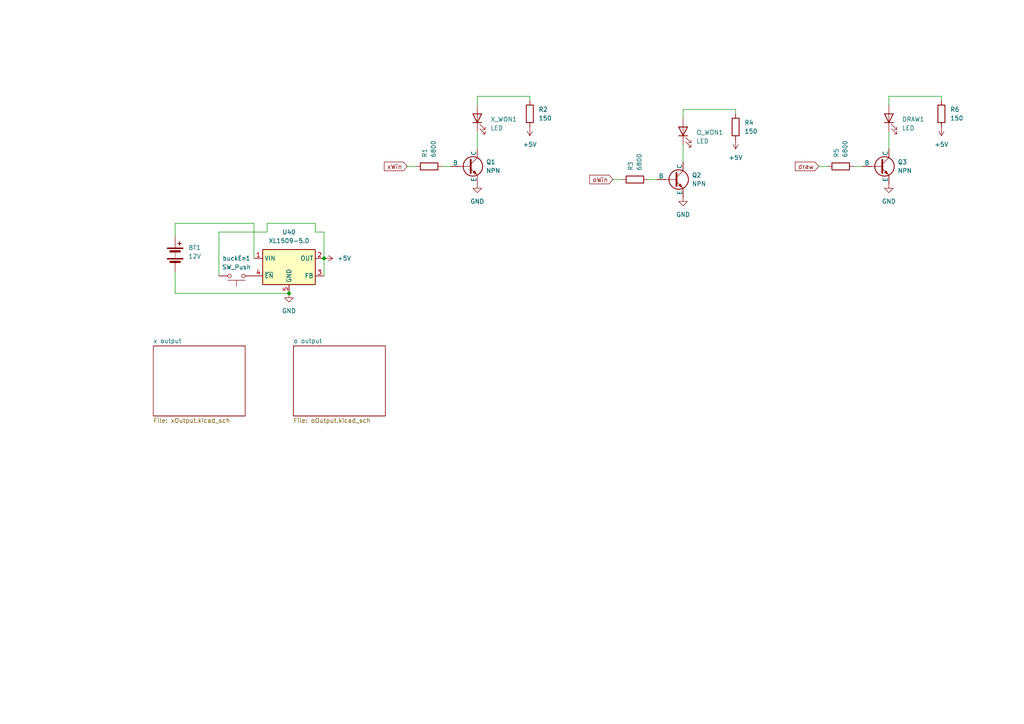
<source format=kicad_sch>
(kicad_sch
	(version 20250114)
	(generator "eeschema")
	(generator_version "9.0")
	(uuid "3ad1f963-7e2b-4354-9909-7fdd1d8b78a1")
	(paper "A4")
	(lib_symbols
		(symbol "Device:Battery"
			(pin_numbers
				(hide yes)
			)
			(pin_names
				(offset 0)
				(hide yes)
			)
			(exclude_from_sim no)
			(in_bom yes)
			(on_board yes)
			(property "Reference" "BT"
				(at 2.54 2.54 0)
				(effects
					(font
						(size 1.27 1.27)
					)
					(justify left)
				)
			)
			(property "Value" "Battery"
				(at 2.54 0 0)
				(effects
					(font
						(size 1.27 1.27)
					)
					(justify left)
				)
			)
			(property "Footprint" ""
				(at 0 1.524 90)
				(effects
					(font
						(size 1.27 1.27)
					)
					(hide yes)
				)
			)
			(property "Datasheet" "~"
				(at 0 1.524 90)
				(effects
					(font
						(size 1.27 1.27)
					)
					(hide yes)
				)
			)
			(property "Description" "Multiple-cell battery"
				(at 0 0 0)
				(effects
					(font
						(size 1.27 1.27)
					)
					(hide yes)
				)
			)
			(property "ki_keywords" "batt voltage-source cell"
				(at 0 0 0)
				(effects
					(font
						(size 1.27 1.27)
					)
					(hide yes)
				)
			)
			(symbol "Battery_0_1"
				(rectangle
					(start -2.286 1.778)
					(end 2.286 1.524)
					(stroke
						(width 0)
						(type default)
					)
					(fill
						(type outline)
					)
				)
				(rectangle
					(start -2.286 -1.27)
					(end 2.286 -1.524)
					(stroke
						(width 0)
						(type default)
					)
					(fill
						(type outline)
					)
				)
				(rectangle
					(start -1.524 1.016)
					(end 1.524 0.508)
					(stroke
						(width 0)
						(type default)
					)
					(fill
						(type outline)
					)
				)
				(rectangle
					(start -1.524 -2.032)
					(end 1.524 -2.54)
					(stroke
						(width 0)
						(type default)
					)
					(fill
						(type outline)
					)
				)
				(polyline
					(pts
						(xy 0 1.778) (xy 0 2.54)
					)
					(stroke
						(width 0)
						(type default)
					)
					(fill
						(type none)
					)
				)
				(polyline
					(pts
						(xy 0 0) (xy 0 0.254)
					)
					(stroke
						(width 0)
						(type default)
					)
					(fill
						(type none)
					)
				)
				(polyline
					(pts
						(xy 0 -0.508) (xy 0 -0.254)
					)
					(stroke
						(width 0)
						(type default)
					)
					(fill
						(type none)
					)
				)
				(polyline
					(pts
						(xy 0 -1.016) (xy 0 -0.762)
					)
					(stroke
						(width 0)
						(type default)
					)
					(fill
						(type none)
					)
				)
				(polyline
					(pts
						(xy 0.762 3.048) (xy 1.778 3.048)
					)
					(stroke
						(width 0.254)
						(type default)
					)
					(fill
						(type none)
					)
				)
				(polyline
					(pts
						(xy 1.27 3.556) (xy 1.27 2.54)
					)
					(stroke
						(width 0.254)
						(type default)
					)
					(fill
						(type none)
					)
				)
			)
			(symbol "Battery_1_1"
				(pin passive line
					(at 0 5.08 270)
					(length 2.54)
					(name "+"
						(effects
							(font
								(size 1.27 1.27)
							)
						)
					)
					(number "1"
						(effects
							(font
								(size 1.27 1.27)
							)
						)
					)
				)
				(pin passive line
					(at 0 -5.08 90)
					(length 2.54)
					(name "-"
						(effects
							(font
								(size 1.27 1.27)
							)
						)
					)
					(number "2"
						(effects
							(font
								(size 1.27 1.27)
							)
						)
					)
				)
			)
			(embedded_fonts no)
		)
		(symbol "Device:LED"
			(pin_numbers
				(hide yes)
			)
			(pin_names
				(offset 1.016)
				(hide yes)
			)
			(exclude_from_sim no)
			(in_bom yes)
			(on_board yes)
			(property "Reference" "D"
				(at 0 2.54 0)
				(effects
					(font
						(size 1.27 1.27)
					)
				)
			)
			(property "Value" "LED"
				(at 0 -2.54 0)
				(effects
					(font
						(size 1.27 1.27)
					)
				)
			)
			(property "Footprint" ""
				(at 0 0 0)
				(effects
					(font
						(size 1.27 1.27)
					)
					(hide yes)
				)
			)
			(property "Datasheet" "~"
				(at 0 0 0)
				(effects
					(font
						(size 1.27 1.27)
					)
					(hide yes)
				)
			)
			(property "Description" "Light emitting diode"
				(at 0 0 0)
				(effects
					(font
						(size 1.27 1.27)
					)
					(hide yes)
				)
			)
			(property "Sim.Pins" "1=K 2=A"
				(at 0 0 0)
				(effects
					(font
						(size 1.27 1.27)
					)
					(hide yes)
				)
			)
			(property "ki_keywords" "LED diode"
				(at 0 0 0)
				(effects
					(font
						(size 1.27 1.27)
					)
					(hide yes)
				)
			)
			(property "ki_fp_filters" "LED* LED_SMD:* LED_THT:*"
				(at 0 0 0)
				(effects
					(font
						(size 1.27 1.27)
					)
					(hide yes)
				)
			)
			(symbol "LED_0_1"
				(polyline
					(pts
						(xy -3.048 -0.762) (xy -4.572 -2.286) (xy -3.81 -2.286) (xy -4.572 -2.286) (xy -4.572 -1.524)
					)
					(stroke
						(width 0)
						(type default)
					)
					(fill
						(type none)
					)
				)
				(polyline
					(pts
						(xy -1.778 -0.762) (xy -3.302 -2.286) (xy -2.54 -2.286) (xy -3.302 -2.286) (xy -3.302 -1.524)
					)
					(stroke
						(width 0)
						(type default)
					)
					(fill
						(type none)
					)
				)
				(polyline
					(pts
						(xy -1.27 0) (xy 1.27 0)
					)
					(stroke
						(width 0)
						(type default)
					)
					(fill
						(type none)
					)
				)
				(polyline
					(pts
						(xy -1.27 -1.27) (xy -1.27 1.27)
					)
					(stroke
						(width 0.254)
						(type default)
					)
					(fill
						(type none)
					)
				)
				(polyline
					(pts
						(xy 1.27 -1.27) (xy 1.27 1.27) (xy -1.27 0) (xy 1.27 -1.27)
					)
					(stroke
						(width 0.254)
						(type default)
					)
					(fill
						(type none)
					)
				)
			)
			(symbol "LED_1_1"
				(pin passive line
					(at -3.81 0 0)
					(length 2.54)
					(name "K"
						(effects
							(font
								(size 1.27 1.27)
							)
						)
					)
					(number "1"
						(effects
							(font
								(size 1.27 1.27)
							)
						)
					)
				)
				(pin passive line
					(at 3.81 0 180)
					(length 2.54)
					(name "A"
						(effects
							(font
								(size 1.27 1.27)
							)
						)
					)
					(number "2"
						(effects
							(font
								(size 1.27 1.27)
							)
						)
					)
				)
			)
			(embedded_fonts no)
		)
		(symbol "Device:R"
			(pin_numbers
				(hide yes)
			)
			(pin_names
				(offset 0)
			)
			(exclude_from_sim no)
			(in_bom yes)
			(on_board yes)
			(property "Reference" "R"
				(at 2.032 0 90)
				(effects
					(font
						(size 1.27 1.27)
					)
				)
			)
			(property "Value" "R"
				(at 0 0 90)
				(effects
					(font
						(size 1.27 1.27)
					)
				)
			)
			(property "Footprint" ""
				(at -1.778 0 90)
				(effects
					(font
						(size 1.27 1.27)
					)
					(hide yes)
				)
			)
			(property "Datasheet" "~"
				(at 0 0 0)
				(effects
					(font
						(size 1.27 1.27)
					)
					(hide yes)
				)
			)
			(property "Description" "Resistor"
				(at 0 0 0)
				(effects
					(font
						(size 1.27 1.27)
					)
					(hide yes)
				)
			)
			(property "ki_keywords" "R res resistor"
				(at 0 0 0)
				(effects
					(font
						(size 1.27 1.27)
					)
					(hide yes)
				)
			)
			(property "ki_fp_filters" "R_*"
				(at 0 0 0)
				(effects
					(font
						(size 1.27 1.27)
					)
					(hide yes)
				)
			)
			(symbol "R_0_1"
				(rectangle
					(start -1.016 -2.54)
					(end 1.016 2.54)
					(stroke
						(width 0.254)
						(type default)
					)
					(fill
						(type none)
					)
				)
			)
			(symbol "R_1_1"
				(pin passive line
					(at 0 3.81 270)
					(length 1.27)
					(name "~"
						(effects
							(font
								(size 1.27 1.27)
							)
						)
					)
					(number "1"
						(effects
							(font
								(size 1.27 1.27)
							)
						)
					)
				)
				(pin passive line
					(at 0 -3.81 90)
					(length 1.27)
					(name "~"
						(effects
							(font
								(size 1.27 1.27)
							)
						)
					)
					(number "2"
						(effects
							(font
								(size 1.27 1.27)
							)
						)
					)
				)
			)
			(embedded_fonts no)
		)
		(symbol "Regulator_Switching:XL1509-5.0"
			(exclude_from_sim no)
			(in_bom yes)
			(on_board yes)
			(property "Reference" "U"
				(at -7.112 6.096 0)
				(effects
					(font
						(size 1.27 1.27)
					)
				)
			)
			(property "Value" "XL1509-5.0"
				(at 5.842 6.096 0)
				(effects
					(font
						(size 1.27 1.27)
					)
				)
			)
			(property "Footprint" "Package_SO:SOIC-8_3.9x4.9mm_P1.27mm"
				(at 0 8.382 0)
				(effects
					(font
						(size 1.27 1.27)
					)
					(hide yes)
				)
			)
			(property "Datasheet" "https://datasheet.lcsc.com/lcsc/1809050422_XLSEMI-XL1509-5-0E1_C61063.pdf"
				(at 2.54 10.668 0)
				(effects
					(font
						(size 1.27 1.27)
					)
					(hide yes)
				)
			)
			(property "Description" "Buck DC/DC Converter, 2A, 5V Output Voltage, 7-40V Input Voltage"
				(at 0 0 0)
				(effects
					(font
						(size 1.27 1.27)
					)
					(hide yes)
				)
			)
			(property "ki_keywords" "Buck DC/DC Converter"
				(at 0 0 0)
				(effects
					(font
						(size 1.27 1.27)
					)
					(hide yes)
				)
			)
			(property "ki_fp_filters" "SOIC*3.9x4.9mm*P1.27mm*"
				(at 0 0 0)
				(effects
					(font
						(size 1.27 1.27)
					)
					(hide yes)
				)
			)
			(symbol "XL1509-5.0_0_1"
				(rectangle
					(start -7.62 5.08)
					(end 7.62 -5.08)
					(stroke
						(width 0.254)
						(type default)
					)
					(fill
						(type background)
					)
				)
			)
			(symbol "XL1509-5.0_1_1"
				(pin power_in line
					(at -10.16 2.54 0)
					(length 2.54)
					(name "VIN"
						(effects
							(font
								(size 1.27 1.27)
							)
						)
					)
					(number "1"
						(effects
							(font
								(size 1.27 1.27)
							)
						)
					)
				)
				(pin input line
					(at -10.16 -2.54 0)
					(length 2.54)
					(name "~{EN}"
						(effects
							(font
								(size 1.27 1.27)
							)
						)
					)
					(number "4"
						(effects
							(font
								(size 1.27 1.27)
							)
						)
					)
				)
				(pin power_in line
					(at 0 -7.62 90)
					(length 2.54)
					(name "GND"
						(effects
							(font
								(size 1.27 1.27)
							)
						)
					)
					(number "5"
						(effects
							(font
								(size 1.27 1.27)
							)
						)
					)
				)
				(pin passive line
					(at 0 -7.62 90)
					(length 2.54)
					(hide yes)
					(name "GND"
						(effects
							(font
								(size 1.27 1.27)
							)
						)
					)
					(number "6"
						(effects
							(font
								(size 1.27 1.27)
							)
						)
					)
				)
				(pin passive line
					(at 0 -7.62 90)
					(length 2.54)
					(hide yes)
					(name "GND"
						(effects
							(font
								(size 1.27 1.27)
							)
						)
					)
					(number "7"
						(effects
							(font
								(size 1.27 1.27)
							)
						)
					)
				)
				(pin passive line
					(at 0 -7.62 90)
					(length 2.54)
					(hide yes)
					(name "GND"
						(effects
							(font
								(size 1.27 1.27)
							)
						)
					)
					(number "8"
						(effects
							(font
								(size 1.27 1.27)
							)
						)
					)
				)
				(pin power_out line
					(at 10.16 2.54 180)
					(length 2.54)
					(name "OUT"
						(effects
							(font
								(size 1.27 1.27)
							)
						)
					)
					(number "2"
						(effects
							(font
								(size 1.27 1.27)
							)
						)
					)
				)
				(pin input line
					(at 10.16 -2.54 180)
					(length 2.54)
					(name "FB"
						(effects
							(font
								(size 1.27 1.27)
							)
						)
					)
					(number "3"
						(effects
							(font
								(size 1.27 1.27)
							)
						)
					)
				)
			)
			(embedded_fonts no)
		)
		(symbol "Simulation_SPICE:NPN"
			(pin_numbers
				(hide yes)
			)
			(pin_names
				(offset 0)
			)
			(exclude_from_sim no)
			(in_bom yes)
			(on_board yes)
			(property "Reference" "Q"
				(at -2.54 7.62 0)
				(effects
					(font
						(size 1.27 1.27)
					)
				)
			)
			(property "Value" "NPN"
				(at -2.54 5.08 0)
				(effects
					(font
						(size 1.27 1.27)
					)
				)
			)
			(property "Footprint" ""
				(at 63.5 0 0)
				(effects
					(font
						(size 1.27 1.27)
					)
					(hide yes)
				)
			)
			(property "Datasheet" "https://ngspice.sourceforge.io/docs/ngspice-html-manual/manual.xhtml#cha_BJTs"
				(at 63.5 0 0)
				(effects
					(font
						(size 1.27 1.27)
					)
					(hide yes)
				)
			)
			(property "Description" "Bipolar transistor symbol for simulation only, substrate tied to the emitter"
				(at 0 0 0)
				(effects
					(font
						(size 1.27 1.27)
					)
					(hide yes)
				)
			)
			(property "Sim.Device" "NPN"
				(at 0 0 0)
				(effects
					(font
						(size 1.27 1.27)
					)
					(hide yes)
				)
			)
			(property "Sim.Type" "GUMMELPOON"
				(at 0 0 0)
				(effects
					(font
						(size 1.27 1.27)
					)
					(hide yes)
				)
			)
			(property "Sim.Pins" "1=C 2=B 3=E"
				(at 0 0 0)
				(effects
					(font
						(size 1.27 1.27)
					)
					(hide yes)
				)
			)
			(property "ki_keywords" "simulation"
				(at 0 0 0)
				(effects
					(font
						(size 1.27 1.27)
					)
					(hide yes)
				)
			)
			(symbol "NPN_0_1"
				(polyline
					(pts
						(xy -2.54 0) (xy 0.635 0)
					)
					(stroke
						(width 0.1524)
						(type default)
					)
					(fill
						(type none)
					)
				)
				(polyline
					(pts
						(xy 0.635 1.905) (xy 0.635 -1.905) (xy 0.635 -1.905)
					)
					(stroke
						(width 0.508)
						(type default)
					)
					(fill
						(type none)
					)
				)
				(polyline
					(pts
						(xy 0.635 0.635) (xy 2.54 2.54)
					)
					(stroke
						(width 0)
						(type default)
					)
					(fill
						(type none)
					)
				)
				(polyline
					(pts
						(xy 0.635 -0.635) (xy 2.54 -2.54) (xy 2.54 -2.54)
					)
					(stroke
						(width 0)
						(type default)
					)
					(fill
						(type none)
					)
				)
				(circle
					(center 1.27 0)
					(radius 2.8194)
					(stroke
						(width 0.254)
						(type default)
					)
					(fill
						(type none)
					)
				)
				(polyline
					(pts
						(xy 1.27 -1.778) (xy 1.778 -1.27) (xy 2.286 -2.286) (xy 1.27 -1.778) (xy 1.27 -1.778)
					)
					(stroke
						(width 0)
						(type default)
					)
					(fill
						(type outline)
					)
				)
				(polyline
					(pts
						(xy 2.794 -1.27) (xy 2.794 -1.27)
					)
					(stroke
						(width 0.1524)
						(type default)
					)
					(fill
						(type none)
					)
				)
				(polyline
					(pts
						(xy 2.794 -1.27) (xy 2.794 -1.27)
					)
					(stroke
						(width 0.1524)
						(type default)
					)
					(fill
						(type none)
					)
				)
			)
			(symbol "NPN_1_1"
				(pin input line
					(at -5.08 0 0)
					(length 2.54)
					(name "B"
						(effects
							(font
								(size 1.27 1.27)
							)
						)
					)
					(number "2"
						(effects
							(font
								(size 1.27 1.27)
							)
						)
					)
				)
				(pin open_collector line
					(at 2.54 5.08 270)
					(length 2.54)
					(name "C"
						(effects
							(font
								(size 1.27 1.27)
							)
						)
					)
					(number "1"
						(effects
							(font
								(size 1.27 1.27)
							)
						)
					)
				)
				(pin open_emitter line
					(at 2.54 -5.08 90)
					(length 2.54)
					(name "E"
						(effects
							(font
								(size 1.27 1.27)
							)
						)
					)
					(number "3"
						(effects
							(font
								(size 1.27 1.27)
							)
						)
					)
				)
			)
			(embedded_fonts no)
		)
		(symbol "Switch:SW_Push"
			(pin_numbers
				(hide yes)
			)
			(pin_names
				(offset 1.016)
				(hide yes)
			)
			(exclude_from_sim no)
			(in_bom yes)
			(on_board yes)
			(property "Reference" "SW"
				(at 1.27 2.54 0)
				(effects
					(font
						(size 1.27 1.27)
					)
					(justify left)
				)
			)
			(property "Value" "SW_Push"
				(at 0 -1.524 0)
				(effects
					(font
						(size 1.27 1.27)
					)
				)
			)
			(property "Footprint" ""
				(at 0 5.08 0)
				(effects
					(font
						(size 1.27 1.27)
					)
					(hide yes)
				)
			)
			(property "Datasheet" "~"
				(at 0 5.08 0)
				(effects
					(font
						(size 1.27 1.27)
					)
					(hide yes)
				)
			)
			(property "Description" "Push button switch, generic, two pins"
				(at 0 0 0)
				(effects
					(font
						(size 1.27 1.27)
					)
					(hide yes)
				)
			)
			(property "ki_keywords" "switch normally-open pushbutton push-button"
				(at 0 0 0)
				(effects
					(font
						(size 1.27 1.27)
					)
					(hide yes)
				)
			)
			(symbol "SW_Push_0_1"
				(circle
					(center -2.032 0)
					(radius 0.508)
					(stroke
						(width 0)
						(type default)
					)
					(fill
						(type none)
					)
				)
				(polyline
					(pts
						(xy 0 1.27) (xy 0 3.048)
					)
					(stroke
						(width 0)
						(type default)
					)
					(fill
						(type none)
					)
				)
				(circle
					(center 2.032 0)
					(radius 0.508)
					(stroke
						(width 0)
						(type default)
					)
					(fill
						(type none)
					)
				)
				(polyline
					(pts
						(xy 2.54 1.27) (xy -2.54 1.27)
					)
					(stroke
						(width 0)
						(type default)
					)
					(fill
						(type none)
					)
				)
				(pin passive line
					(at -5.08 0 0)
					(length 2.54)
					(name "1"
						(effects
							(font
								(size 1.27 1.27)
							)
						)
					)
					(number "1"
						(effects
							(font
								(size 1.27 1.27)
							)
						)
					)
				)
				(pin passive line
					(at 5.08 0 180)
					(length 2.54)
					(name "2"
						(effects
							(font
								(size 1.27 1.27)
							)
						)
					)
					(number "2"
						(effects
							(font
								(size 1.27 1.27)
							)
						)
					)
				)
			)
			(embedded_fonts no)
		)
		(symbol "power:+5V"
			(power)
			(pin_numbers
				(hide yes)
			)
			(pin_names
				(offset 0)
				(hide yes)
			)
			(exclude_from_sim no)
			(in_bom yes)
			(on_board yes)
			(property "Reference" "#PWR"
				(at 0 -3.81 0)
				(effects
					(font
						(size 1.27 1.27)
					)
					(hide yes)
				)
			)
			(property "Value" "+5V"
				(at 0 3.556 0)
				(effects
					(font
						(size 1.27 1.27)
					)
				)
			)
			(property "Footprint" ""
				(at 0 0 0)
				(effects
					(font
						(size 1.27 1.27)
					)
					(hide yes)
				)
			)
			(property "Datasheet" ""
				(at 0 0 0)
				(effects
					(font
						(size 1.27 1.27)
					)
					(hide yes)
				)
			)
			(property "Description" "Power symbol creates a global label with name \"+5V\""
				(at 0 0 0)
				(effects
					(font
						(size 1.27 1.27)
					)
					(hide yes)
				)
			)
			(property "ki_keywords" "global power"
				(at 0 0 0)
				(effects
					(font
						(size 1.27 1.27)
					)
					(hide yes)
				)
			)
			(symbol "+5V_0_1"
				(polyline
					(pts
						(xy -0.762 1.27) (xy 0 2.54)
					)
					(stroke
						(width 0)
						(type default)
					)
					(fill
						(type none)
					)
				)
				(polyline
					(pts
						(xy 0 2.54) (xy 0.762 1.27)
					)
					(stroke
						(width 0)
						(type default)
					)
					(fill
						(type none)
					)
				)
				(polyline
					(pts
						(xy 0 0) (xy 0 2.54)
					)
					(stroke
						(width 0)
						(type default)
					)
					(fill
						(type none)
					)
				)
			)
			(symbol "+5V_1_1"
				(pin power_in line
					(at 0 0 90)
					(length 0)
					(name "~"
						(effects
							(font
								(size 1.27 1.27)
							)
						)
					)
					(number "1"
						(effects
							(font
								(size 1.27 1.27)
							)
						)
					)
				)
			)
			(embedded_fonts no)
		)
		(symbol "power:GND"
			(power)
			(pin_numbers
				(hide yes)
			)
			(pin_names
				(offset 0)
				(hide yes)
			)
			(exclude_from_sim no)
			(in_bom yes)
			(on_board yes)
			(property "Reference" "#PWR"
				(at 0 -6.35 0)
				(effects
					(font
						(size 1.27 1.27)
					)
					(hide yes)
				)
			)
			(property "Value" "GND"
				(at 0 -3.81 0)
				(effects
					(font
						(size 1.27 1.27)
					)
				)
			)
			(property "Footprint" ""
				(at 0 0 0)
				(effects
					(font
						(size 1.27 1.27)
					)
					(hide yes)
				)
			)
			(property "Datasheet" ""
				(at 0 0 0)
				(effects
					(font
						(size 1.27 1.27)
					)
					(hide yes)
				)
			)
			(property "Description" "Power symbol creates a global label with name \"GND\" , ground"
				(at 0 0 0)
				(effects
					(font
						(size 1.27 1.27)
					)
					(hide yes)
				)
			)
			(property "ki_keywords" "global power"
				(at 0 0 0)
				(effects
					(font
						(size 1.27 1.27)
					)
					(hide yes)
				)
			)
			(symbol "GND_0_1"
				(polyline
					(pts
						(xy 0 0) (xy 0 -1.27) (xy 1.27 -1.27) (xy 0 -2.54) (xy -1.27 -1.27) (xy 0 -1.27)
					)
					(stroke
						(width 0)
						(type default)
					)
					(fill
						(type none)
					)
				)
			)
			(symbol "GND_1_1"
				(pin power_in line
					(at 0 0 270)
					(length 0)
					(name "~"
						(effects
							(font
								(size 1.27 1.27)
							)
						)
					)
					(number "1"
						(effects
							(font
								(size 1.27 1.27)
							)
						)
					)
				)
			)
			(embedded_fonts no)
		)
	)
	(junction
		(at 93.98 74.93)
		(diameter 0)
		(color 0 0 0 0)
		(uuid "857914f1-6f3c-4c2b-ac50-e1beb2ffb639")
	)
	(junction
		(at 83.82 85.09)
		(diameter 0)
		(color 0 0 0 0)
		(uuid "c62563c4-e7be-40a6-8d04-5cd1bd8d747a")
	)
	(wire
		(pts
			(xy 138.43 30.48) (xy 138.43 27.94)
		)
		(stroke
			(width 0)
			(type default)
		)
		(uuid "033c3534-21a0-40a2-99f2-4d8ae125673d")
	)
	(wire
		(pts
			(xy 50.8 64.77) (xy 50.8 68.58)
		)
		(stroke
			(width 0)
			(type default)
		)
		(uuid "05c9802b-9a8f-45fc-b9cd-add29241a5cf")
	)
	(wire
		(pts
			(xy 198.12 31.75) (xy 213.36 31.75)
		)
		(stroke
			(width 0)
			(type default)
		)
		(uuid "0870e88f-c1fe-4195-9000-e86ef295c75c")
	)
	(wire
		(pts
			(xy 153.67 27.94) (xy 153.67 29.21)
		)
		(stroke
			(width 0)
			(type default)
		)
		(uuid "0d2405e1-a467-4ae7-abe0-797058554f6d")
	)
	(wire
		(pts
			(xy 177.8 52.07) (xy 180.34 52.07)
		)
		(stroke
			(width 0)
			(type default)
		)
		(uuid "1b0ee509-40a8-4d4c-8ac4-f5c97577a45f")
	)
	(wire
		(pts
			(xy 138.43 27.94) (xy 153.67 27.94)
		)
		(stroke
			(width 0)
			(type default)
		)
		(uuid "1e42bcb3-5e90-4ea7-a477-f4a25b1439ec")
	)
	(wire
		(pts
			(xy 273.05 27.94) (xy 273.05 29.21)
		)
		(stroke
			(width 0)
			(type default)
		)
		(uuid "1e9f4bb0-2eee-47ef-b49c-adbb0423c852")
	)
	(wire
		(pts
			(xy 91.44 64.77) (xy 77.47 64.77)
		)
		(stroke
			(width 0)
			(type default)
		)
		(uuid "20ffe28a-71fe-4851-8241-52658e5d0bc4")
	)
	(wire
		(pts
			(xy 50.8 78.74) (xy 50.8 85.09)
		)
		(stroke
			(width 0)
			(type default)
		)
		(uuid "435bec1f-3448-4366-b35c-7ee466815515")
	)
	(wire
		(pts
			(xy 93.98 67.31) (xy 91.44 67.31)
		)
		(stroke
			(width 0)
			(type default)
		)
		(uuid "4fa40692-843f-4d4d-b1d3-5a28a073ca95")
	)
	(wire
		(pts
			(xy 63.5 67.31) (xy 63.5 80.01)
		)
		(stroke
			(width 0)
			(type default)
		)
		(uuid "525838ba-918d-4ce5-8f54-b252952a145a")
	)
	(wire
		(pts
			(xy 257.81 27.94) (xy 273.05 27.94)
		)
		(stroke
			(width 0)
			(type default)
		)
		(uuid "68a50572-7c07-4479-86e8-c3caf85fd9b3")
	)
	(wire
		(pts
			(xy 77.47 64.77) (xy 77.47 67.31)
		)
		(stroke
			(width 0)
			(type default)
		)
		(uuid "72437e09-9fe0-4260-8d5e-80e70634efe0")
	)
	(wire
		(pts
			(xy 128.27 48.26) (xy 130.81 48.26)
		)
		(stroke
			(width 0)
			(type default)
		)
		(uuid "73809cfb-da70-46c9-a040-d9a635afda53")
	)
	(wire
		(pts
			(xy 237.49 48.26) (xy 240.03 48.26)
		)
		(stroke
			(width 0)
			(type default)
		)
		(uuid "907a59f8-78dd-4fad-8ca5-e81d58ed3461")
	)
	(wire
		(pts
			(xy 198.12 34.29) (xy 198.12 31.75)
		)
		(stroke
			(width 0)
			(type default)
		)
		(uuid "97b88e05-6644-4d23-b899-8c4c508c99f6")
	)
	(wire
		(pts
			(xy 257.81 38.1) (xy 257.81 43.18)
		)
		(stroke
			(width 0)
			(type default)
		)
		(uuid "99a9f209-c594-47a4-8734-6803e4d8d9ba")
	)
	(wire
		(pts
			(xy 187.96 52.07) (xy 190.5 52.07)
		)
		(stroke
			(width 0)
			(type default)
		)
		(uuid "9bdc2f94-42e0-40fa-bca7-f128fa2c4d7c")
	)
	(wire
		(pts
			(xy 73.66 64.77) (xy 73.66 74.93)
		)
		(stroke
			(width 0)
			(type default)
		)
		(uuid "b2bc5303-8816-45d2-8d8a-f84fa7ffb9cb")
	)
	(wire
		(pts
			(xy 138.43 38.1) (xy 138.43 43.18)
		)
		(stroke
			(width 0)
			(type default)
		)
		(uuid "b4734146-07ef-4bfc-b982-9bc6e55a1726")
	)
	(wire
		(pts
			(xy 213.36 31.75) (xy 213.36 33.02)
		)
		(stroke
			(width 0)
			(type default)
		)
		(uuid "b63156de-c19b-46ce-b86e-06d304503e4c")
	)
	(wire
		(pts
			(xy 198.12 41.91) (xy 198.12 46.99)
		)
		(stroke
			(width 0)
			(type default)
		)
		(uuid "b90776b9-58cb-4096-8cc9-bb8c4f2e4e70")
	)
	(wire
		(pts
			(xy 50.8 85.09) (xy 83.82 85.09)
		)
		(stroke
			(width 0)
			(type default)
		)
		(uuid "d134ed0d-6ef7-41d0-a087-4c87a42be3ae")
	)
	(wire
		(pts
			(xy 118.11 48.26) (xy 120.65 48.26)
		)
		(stroke
			(width 0)
			(type default)
		)
		(uuid "dbbb9dc2-8489-453a-ae49-ae1ffb91ce38")
	)
	(wire
		(pts
			(xy 257.81 30.48) (xy 257.81 27.94)
		)
		(stroke
			(width 0)
			(type default)
		)
		(uuid "dd779888-4c40-4b23-bfb2-0b6872a6883c")
	)
	(wire
		(pts
			(xy 77.47 67.31) (xy 63.5 67.31)
		)
		(stroke
			(width 0)
			(type default)
		)
		(uuid "dfc5b732-ae64-4bfb-beeb-8d69bbbdedef")
	)
	(wire
		(pts
			(xy 91.44 67.31) (xy 91.44 64.77)
		)
		(stroke
			(width 0)
			(type default)
		)
		(uuid "e3d79898-be14-4997-9fd9-52e4aaca9744")
	)
	(wire
		(pts
			(xy 247.65 48.26) (xy 250.19 48.26)
		)
		(stroke
			(width 0)
			(type default)
		)
		(uuid "e97b6781-2c95-4c1f-bc9c-133cbd045e22")
	)
	(wire
		(pts
			(xy 50.8 64.77) (xy 73.66 64.77)
		)
		(stroke
			(width 0)
			(type default)
		)
		(uuid "ea781b5a-c570-4596-8456-f05a082f18fc")
	)
	(wire
		(pts
			(xy 93.98 74.93) (xy 93.98 80.01)
		)
		(stroke
			(width 0)
			(type default)
		)
		(uuid "f2b8b6e2-2786-47ea-936e-9fa3ea9df369")
	)
	(wire
		(pts
			(xy 93.98 67.31) (xy 93.98 74.93)
		)
		(stroke
			(width 0)
			(type default)
		)
		(uuid "fda4ad5a-d971-4737-b979-72c2c9e1239f")
	)
	(global_label "draw"
		(shape input)
		(at 237.49 48.26 180)
		(fields_autoplaced yes)
		(effects
			(font
				(size 1.27 1.27)
			)
			(justify right)
		)
		(uuid "2ed53f42-a2cb-45b5-881e-a8f5f83ced8e")
		(property "Intersheetrefs" "${INTERSHEET_REFS}"
			(at 230.0901 48.26 0)
			(effects
				(font
					(size 1.27 1.27)
				)
				(justify right)
				(hide yes)
			)
		)
	)
	(global_label "oWin"
		(shape input)
		(at 177.8 52.07 180)
		(fields_autoplaced yes)
		(effects
			(font
				(size 1.27 1.27)
			)
			(justify right)
		)
		(uuid "ed4dcfb6-c00e-4353-b047-6cf29b64b316")
		(property "Intersheetrefs" "${INTERSHEET_REFS}"
			(at 170.4606 52.07 0)
			(effects
				(font
					(size 1.27 1.27)
				)
				(justify right)
				(hide yes)
			)
		)
	)
	(global_label "xWin"
		(shape input)
		(at 118.11 48.26 180)
		(fields_autoplaced yes)
		(effects
			(font
				(size 1.27 1.27)
			)
			(justify right)
		)
		(uuid "f1b37232-db3a-4a2a-94c0-48fbe0788a3d")
		(property "Intersheetrefs" "${INTERSHEET_REFS}"
			(at 110.8915 48.26 0)
			(effects
				(font
					(size 1.27 1.27)
				)
				(justify right)
				(hide yes)
			)
		)
	)
	(symbol
		(lib_id "Device:LED")
		(at 257.81 34.29 90)
		(unit 1)
		(exclude_from_sim no)
		(in_bom yes)
		(on_board yes)
		(dnp no)
		(fields_autoplaced yes)
		(uuid "0c3842cc-de5a-4cb5-bcbc-063004971c42")
		(property "Reference" "DRAW1"
			(at 261.62 34.6074 90)
			(effects
				(font
					(size 1.27 1.27)
				)
				(justify right)
			)
		)
		(property "Value" "LED"
			(at 261.62 37.1474 90)
			(effects
				(font
					(size 1.27 1.27)
				)
				(justify right)
			)
		)
		(property "Footprint" "LED_THT:LED_D3.0mm"
			(at 257.81 34.29 0)
			(effects
				(font
					(size 1.27 1.27)
				)
				(hide yes)
			)
		)
		(property "Datasheet" "~"
			(at 257.81 34.29 0)
			(effects
				(font
					(size 1.27 1.27)
				)
				(hide yes)
			)
		)
		(property "Description" "Light emitting diode"
			(at 257.81 34.29 0)
			(effects
				(font
					(size 1.27 1.27)
				)
				(hide yes)
			)
		)
		(property "Sim.Pins" "1=K 2=A"
			(at 257.81 34.29 0)
			(effects
				(font
					(size 1.27 1.27)
				)
				(hide yes)
			)
		)
		(pin "1"
			(uuid "0484d551-eb19-4ac1-b48f-0648cbb89220")
		)
		(pin "2"
			(uuid "9905e0e4-5799-4eae-8dfb-8e61ac94295b")
		)
		(instances
			(project "DSD_Project"
				(path "/0f222bc9-c86a-4c26-921d-459394749d18/fa38e73d-9576-4d57-82ea-c234c7fb1378"
					(reference "DRAW1")
					(unit 1)
				)
			)
		)
	)
	(symbol
		(lib_id "Device:LED")
		(at 198.12 38.1 90)
		(unit 1)
		(exclude_from_sim no)
		(in_bom yes)
		(on_board yes)
		(dnp no)
		(fields_autoplaced yes)
		(uuid "19c2b177-80b9-4fc0-b7af-7e8b3b3b0a87")
		(property "Reference" "O_WON1"
			(at 201.93 38.4174 90)
			(effects
				(font
					(size 1.27 1.27)
				)
				(justify right)
			)
		)
		(property "Value" "LED"
			(at 201.93 40.9574 90)
			(effects
				(font
					(size 1.27 1.27)
				)
				(justify right)
			)
		)
		(property "Footprint" "LED_THT:LED_D3.0mm"
			(at 198.12 38.1 0)
			(effects
				(font
					(size 1.27 1.27)
				)
				(hide yes)
			)
		)
		(property "Datasheet" "~"
			(at 198.12 38.1 0)
			(effects
				(font
					(size 1.27 1.27)
				)
				(hide yes)
			)
		)
		(property "Description" "Light emitting diode"
			(at 198.12 38.1 0)
			(effects
				(font
					(size 1.27 1.27)
				)
				(hide yes)
			)
		)
		(property "Sim.Pins" "1=K 2=A"
			(at 198.12 38.1 0)
			(effects
				(font
					(size 1.27 1.27)
				)
				(hide yes)
			)
		)
		(pin "1"
			(uuid "9312d9e6-4277-4d81-be43-65698c624fd6")
		)
		(pin "2"
			(uuid "945db110-712d-4bec-ae56-ea9a3e278aea")
		)
		(instances
			(project "DSD_Project"
				(path "/0f222bc9-c86a-4c26-921d-459394749d18/fa38e73d-9576-4d57-82ea-c234c7fb1378"
					(reference "O_WON1")
					(unit 1)
				)
			)
		)
	)
	(symbol
		(lib_id "Device:R")
		(at 213.36 36.83 0)
		(unit 1)
		(exclude_from_sim no)
		(in_bom yes)
		(on_board yes)
		(dnp no)
		(fields_autoplaced yes)
		(uuid "1e6c67ac-bcd4-4648-bea6-925cfb2f7ea7")
		(property "Reference" "R4"
			(at 215.9 35.5599 0)
			(effects
				(font
					(size 1.27 1.27)
				)
				(justify left)
			)
		)
		(property "Value" "150"
			(at 215.9 38.0999 0)
			(effects
				(font
					(size 1.27 1.27)
				)
				(justify left)
			)
		)
		(property "Footprint" "Resistor_THT:R_Axial_DIN0207_L6.3mm_D2.5mm_P7.62mm_Horizontal"
			(at 211.582 36.83 90)
			(effects
				(font
					(size 1.27 1.27)
				)
				(hide yes)
			)
		)
		(property "Datasheet" "~"
			(at 213.36 36.83 0)
			(effects
				(font
					(size 1.27 1.27)
				)
				(hide yes)
			)
		)
		(property "Description" "Resistor"
			(at 213.36 36.83 0)
			(effects
				(font
					(size 1.27 1.27)
				)
				(hide yes)
			)
		)
		(pin "1"
			(uuid "10db3e18-f8c4-466c-808d-5ee6d3387772")
		)
		(pin "2"
			(uuid "f900db97-e53f-45b7-8650-8c07073acf39")
		)
		(instances
			(project "DSD_Project"
				(path "/0f222bc9-c86a-4c26-921d-459394749d18/fa38e73d-9576-4d57-82ea-c234c7fb1378"
					(reference "R4")
					(unit 1)
				)
			)
		)
	)
	(symbol
		(lib_id "power:GND")
		(at 138.43 53.34 0)
		(unit 1)
		(exclude_from_sim no)
		(in_bom yes)
		(on_board yes)
		(dnp no)
		(fields_autoplaced yes)
		(uuid "2baab614-c1ee-45fd-87e9-4487454a84e3")
		(property "Reference" "#PWR0114"
			(at 138.43 59.69 0)
			(effects
				(font
					(size 1.27 1.27)
				)
				(hide yes)
			)
		)
		(property "Value" "GND"
			(at 138.43 58.42 0)
			(effects
				(font
					(size 1.27 1.27)
				)
			)
		)
		(property "Footprint" ""
			(at 138.43 53.34 0)
			(effects
				(font
					(size 1.27 1.27)
				)
				(hide yes)
			)
		)
		(property "Datasheet" ""
			(at 138.43 53.34 0)
			(effects
				(font
					(size 1.27 1.27)
				)
				(hide yes)
			)
		)
		(property "Description" "Power symbol creates a global label with name \"GND\" , ground"
			(at 138.43 53.34 0)
			(effects
				(font
					(size 1.27 1.27)
				)
				(hide yes)
			)
		)
		(pin "1"
			(uuid "9f642439-79cb-4bc7-8d47-8b9a36b7c2a6")
		)
		(instances
			(project ""
				(path "/0f222bc9-c86a-4c26-921d-459394749d18/fa38e73d-9576-4d57-82ea-c234c7fb1378"
					(reference "#PWR0114")
					(unit 1)
				)
			)
		)
	)
	(symbol
		(lib_id "Device:R")
		(at 153.67 33.02 0)
		(unit 1)
		(exclude_from_sim no)
		(in_bom yes)
		(on_board yes)
		(dnp no)
		(fields_autoplaced yes)
		(uuid "36071aa2-f454-4fc8-a152-9fc570bc4fb8")
		(property "Reference" "R2"
			(at 156.21 31.7499 0)
			(effects
				(font
					(size 1.27 1.27)
				)
				(justify left)
			)
		)
		(property "Value" "150"
			(at 156.21 34.2899 0)
			(effects
				(font
					(size 1.27 1.27)
				)
				(justify left)
			)
		)
		(property "Footprint" "Resistor_THT:R_Axial_DIN0207_L6.3mm_D2.5mm_P7.62mm_Horizontal"
			(at 151.892 33.02 90)
			(effects
				(font
					(size 1.27 1.27)
				)
				(hide yes)
			)
		)
		(property "Datasheet" "~"
			(at 153.67 33.02 0)
			(effects
				(font
					(size 1.27 1.27)
				)
				(hide yes)
			)
		)
		(property "Description" "Resistor"
			(at 153.67 33.02 0)
			(effects
				(font
					(size 1.27 1.27)
				)
				(hide yes)
			)
		)
		(pin "1"
			(uuid "79821f75-a199-4b16-a4b0-cbb896039d49")
		)
		(pin "2"
			(uuid "2d0b15f8-25af-45c3-b8cf-babcbafded75")
		)
		(instances
			(project ""
				(path "/0f222bc9-c86a-4c26-921d-459394749d18/fa38e73d-9576-4d57-82ea-c234c7fb1378"
					(reference "R2")
					(unit 1)
				)
			)
		)
	)
	(symbol
		(lib_id "Device:R")
		(at 273.05 33.02 0)
		(unit 1)
		(exclude_from_sim no)
		(in_bom yes)
		(on_board yes)
		(dnp no)
		(fields_autoplaced yes)
		(uuid "3d83b3a7-60a9-4fa2-93f1-3690d2ca1474")
		(property "Reference" "R6"
			(at 275.59 31.7499 0)
			(effects
				(font
					(size 1.27 1.27)
				)
				(justify left)
			)
		)
		(property "Value" "150"
			(at 275.59 34.2899 0)
			(effects
				(font
					(size 1.27 1.27)
				)
				(justify left)
			)
		)
		(property "Footprint" "Resistor_THT:R_Axial_DIN0207_L6.3mm_D2.5mm_P7.62mm_Horizontal"
			(at 271.272 33.02 90)
			(effects
				(font
					(size 1.27 1.27)
				)
				(hide yes)
			)
		)
		(property "Datasheet" "~"
			(at 273.05 33.02 0)
			(effects
				(font
					(size 1.27 1.27)
				)
				(hide yes)
			)
		)
		(property "Description" "Resistor"
			(at 273.05 33.02 0)
			(effects
				(font
					(size 1.27 1.27)
				)
				(hide yes)
			)
		)
		(pin "1"
			(uuid "1624a4eb-a9cf-4a0a-b476-5c37afabad3c")
		)
		(pin "2"
			(uuid "193de6e2-1fc0-4ab0-a6da-e9a1d450b294")
		)
		(instances
			(project "DSD_Project"
				(path "/0f222bc9-c86a-4c26-921d-459394749d18/fa38e73d-9576-4d57-82ea-c234c7fb1378"
					(reference "R6")
					(unit 1)
				)
			)
		)
	)
	(symbol
		(lib_id "Device:R")
		(at 243.84 48.26 90)
		(unit 1)
		(exclude_from_sim no)
		(in_bom yes)
		(on_board yes)
		(dnp no)
		(fields_autoplaced yes)
		(uuid "5204a64b-9b33-4930-b7da-0ea20cb0a099")
		(property "Reference" "R5"
			(at 242.5699 45.72 0)
			(effects
				(font
					(size 1.27 1.27)
				)
				(justify left)
			)
		)
		(property "Value" "6800"
			(at 245.1099 45.72 0)
			(effects
				(font
					(size 1.27 1.27)
				)
				(justify left)
			)
		)
		(property "Footprint" "Resistor_THT:R_Axial_DIN0309_L9.0mm_D3.2mm_P12.70mm_Horizontal"
			(at 243.84 50.038 90)
			(effects
				(font
					(size 1.27 1.27)
				)
				(hide yes)
			)
		)
		(property "Datasheet" "~"
			(at 243.84 48.26 0)
			(effects
				(font
					(size 1.27 1.27)
				)
				(hide yes)
			)
		)
		(property "Description" "Resistor"
			(at 243.84 48.26 0)
			(effects
				(font
					(size 1.27 1.27)
				)
				(hide yes)
			)
		)
		(pin "1"
			(uuid "b688d175-62b1-41a4-98b7-ff39b94f07ed")
		)
		(pin "2"
			(uuid "bada0e13-89e4-43f4-ac9b-07f79907ac5a")
		)
		(instances
			(project "DSD_Project"
				(path "/0f222bc9-c86a-4c26-921d-459394749d18/fa38e73d-9576-4d57-82ea-c234c7fb1378"
					(reference "R5")
					(unit 1)
				)
			)
		)
	)
	(symbol
		(lib_id "power:GND")
		(at 257.81 53.34 0)
		(unit 1)
		(exclude_from_sim no)
		(in_bom yes)
		(on_board yes)
		(dnp no)
		(fields_autoplaced yes)
		(uuid "6b7a1910-e594-4b3f-849e-7742a8037657")
		(property "Reference" "#PWR0118"
			(at 257.81 59.69 0)
			(effects
				(font
					(size 1.27 1.27)
				)
				(hide yes)
			)
		)
		(property "Value" "GND"
			(at 257.81 58.42 0)
			(effects
				(font
					(size 1.27 1.27)
				)
			)
		)
		(property "Footprint" ""
			(at 257.81 53.34 0)
			(effects
				(font
					(size 1.27 1.27)
				)
				(hide yes)
			)
		)
		(property "Datasheet" ""
			(at 257.81 53.34 0)
			(effects
				(font
					(size 1.27 1.27)
				)
				(hide yes)
			)
		)
		(property "Description" "Power symbol creates a global label with name \"GND\" , ground"
			(at 257.81 53.34 0)
			(effects
				(font
					(size 1.27 1.27)
				)
				(hide yes)
			)
		)
		(pin "1"
			(uuid "8171f20b-524f-4b1f-93a4-53dbfe347b24")
		)
		(instances
			(project "DSD_Project"
				(path "/0f222bc9-c86a-4c26-921d-459394749d18/fa38e73d-9576-4d57-82ea-c234c7fb1378"
					(reference "#PWR0118")
					(unit 1)
				)
			)
		)
	)
	(symbol
		(lib_id "Device:Battery")
		(at 50.8 73.66 0)
		(unit 1)
		(exclude_from_sim no)
		(in_bom yes)
		(on_board yes)
		(dnp no)
		(fields_autoplaced yes)
		(uuid "80784be0-6b1e-4636-9e23-ef54878ceeeb")
		(property "Reference" "BT1"
			(at 54.61 71.8184 0)
			(effects
				(font
					(size 1.27 1.27)
				)
				(justify left)
			)
		)
		(property "Value" "12V"
			(at 54.61 74.3584 0)
			(effects
				(font
					(size 1.27 1.27)
				)
				(justify left)
			)
		)
		(property "Footprint" "TerminalBlock_Phoenix:TerminalBlock_Phoenix_MKDS-3-2-5.08_1x02_P5.08mm_Horizontal"
			(at 50.8 72.136 90)
			(effects
				(font
					(size 1.27 1.27)
				)
				(hide yes)
			)
		)
		(property "Datasheet" "~"
			(at 50.8 72.136 90)
			(effects
				(font
					(size 1.27 1.27)
				)
				(hide yes)
			)
		)
		(property "Description" "Multiple-cell battery"
			(at 50.8 73.66 0)
			(effects
				(font
					(size 1.27 1.27)
				)
				(hide yes)
			)
		)
		(pin "1"
			(uuid "8ce2e5b4-024b-49fa-abf9-e839426e41e1")
		)
		(pin "2"
			(uuid "5f1aa35c-b224-4f2b-a6b3-89417ac1e801")
		)
		(instances
			(project ""
				(path "/0f222bc9-c86a-4c26-921d-459394749d18/fa38e73d-9576-4d57-82ea-c234c7fb1378"
					(reference "BT1")
					(unit 1)
				)
			)
		)
	)
	(symbol
		(lib_id "Device:LED")
		(at 138.43 34.29 90)
		(unit 1)
		(exclude_from_sim no)
		(in_bom yes)
		(on_board yes)
		(dnp no)
		(fields_autoplaced yes)
		(uuid "82f8e38e-c451-466e-bcd2-b37e51c487da")
		(property "Reference" "X_WON1"
			(at 142.24 34.6074 90)
			(effects
				(font
					(size 1.27 1.27)
				)
				(justify right)
			)
		)
		(property "Value" "LED"
			(at 142.24 37.1474 90)
			(effects
				(font
					(size 1.27 1.27)
				)
				(justify right)
			)
		)
		(property "Footprint" "LED_THT:LED_D3.0mm"
			(at 138.43 34.29 0)
			(effects
				(font
					(size 1.27 1.27)
				)
				(hide yes)
			)
		)
		(property "Datasheet" "~"
			(at 138.43 34.29 0)
			(effects
				(font
					(size 1.27 1.27)
				)
				(hide yes)
			)
		)
		(property "Description" "Light emitting diode"
			(at 138.43 34.29 0)
			(effects
				(font
					(size 1.27 1.27)
				)
				(hide yes)
			)
		)
		(property "Sim.Pins" "1=K 2=A"
			(at 138.43 34.29 0)
			(effects
				(font
					(size 1.27 1.27)
				)
				(hide yes)
			)
		)
		(pin "1"
			(uuid "6047828c-4d1d-46c6-8bf9-48e6500f898f")
		)
		(pin "2"
			(uuid "972718a4-0951-4023-aa66-70136d7ce58f")
		)
		(instances
			(project ""
				(path "/0f222bc9-c86a-4c26-921d-459394749d18/fa38e73d-9576-4d57-82ea-c234c7fb1378"
					(reference "X_WON1")
					(unit 1)
				)
			)
		)
	)
	(symbol
		(lib_id "Device:R")
		(at 184.15 52.07 90)
		(unit 1)
		(exclude_from_sim no)
		(in_bom yes)
		(on_board yes)
		(dnp no)
		(fields_autoplaced yes)
		(uuid "890f8667-24bb-442c-ad4e-b6da0fc5ba4e")
		(property "Reference" "R3"
			(at 182.8799 49.53 0)
			(effects
				(font
					(size 1.27 1.27)
				)
				(justify left)
			)
		)
		(property "Value" "6800"
			(at 185.4199 49.53 0)
			(effects
				(font
					(size 1.27 1.27)
				)
				(justify left)
			)
		)
		(property "Footprint" "Resistor_THT:R_Axial_DIN0309_L9.0mm_D3.2mm_P12.70mm_Horizontal"
			(at 184.15 53.848 90)
			(effects
				(font
					(size 1.27 1.27)
				)
				(hide yes)
			)
		)
		(property "Datasheet" "~"
			(at 184.15 52.07 0)
			(effects
				(font
					(size 1.27 1.27)
				)
				(hide yes)
			)
		)
		(property "Description" "Resistor"
			(at 184.15 52.07 0)
			(effects
				(font
					(size 1.27 1.27)
				)
				(hide yes)
			)
		)
		(pin "1"
			(uuid "1b934e66-dfa8-43fe-9191-0d42e374e487")
		)
		(pin "2"
			(uuid "32be89fb-7460-4898-8d3b-732902eb746f")
		)
		(instances
			(project "DSD_Project"
				(path "/0f222bc9-c86a-4c26-921d-459394749d18/fa38e73d-9576-4d57-82ea-c234c7fb1378"
					(reference "R3")
					(unit 1)
				)
			)
		)
	)
	(symbol
		(lib_id "Simulation_SPICE:NPN")
		(at 135.89 48.26 0)
		(unit 1)
		(exclude_from_sim no)
		(in_bom yes)
		(on_board yes)
		(dnp no)
		(fields_autoplaced yes)
		(uuid "8e04a957-a02c-46df-9a03-bec906259f88")
		(property "Reference" "Q1"
			(at 140.97 46.9899 0)
			(effects
				(font
					(size 1.27 1.27)
				)
				(justify left)
			)
		)
		(property "Value" "NPN"
			(at 140.97 49.5299 0)
			(effects
				(font
					(size 1.27 1.27)
				)
				(justify left)
			)
		)
		(property "Footprint" "Package_TO_SOT_THT:TO-92_Inline"
			(at 199.39 48.26 0)
			(effects
				(font
					(size 1.27 1.27)
				)
				(hide yes)
			)
		)
		(property "Datasheet" "https://ngspice.sourceforge.io/docs/ngspice-html-manual/manual.xhtml#cha_BJTs"
			(at 199.39 48.26 0)
			(effects
				(font
					(size 1.27 1.27)
				)
				(hide yes)
			)
		)
		(property "Description" "Bipolar transistor symbol for simulation only, substrate tied to the emitter"
			(at 135.89 48.26 0)
			(effects
				(font
					(size 1.27 1.27)
				)
				(hide yes)
			)
		)
		(property "Sim.Device" "NPN"
			(at 135.89 48.26 0)
			(effects
				(font
					(size 1.27 1.27)
				)
				(hide yes)
			)
		)
		(property "Sim.Type" "GUMMELPOON"
			(at 135.89 48.26 0)
			(effects
				(font
					(size 1.27 1.27)
				)
				(hide yes)
			)
		)
		(property "Sim.Pins" "1=C 2=B 3=E"
			(at 135.89 48.26 0)
			(effects
				(font
					(size 1.27 1.27)
				)
				(hide yes)
			)
		)
		(pin "2"
			(uuid "6ae5fc9a-861a-49de-9479-4dc9093fb273")
		)
		(pin "3"
			(uuid "07d8e433-fcae-4a27-b350-b7b083328662")
		)
		(pin "1"
			(uuid "f9f31243-468f-403f-8ddb-c00299c11424")
		)
		(instances
			(project ""
				(path "/0f222bc9-c86a-4c26-921d-459394749d18/fa38e73d-9576-4d57-82ea-c234c7fb1378"
					(reference "Q1")
					(unit 1)
				)
			)
		)
	)
	(symbol
		(lib_id "power:GND")
		(at 198.12 57.15 0)
		(unit 1)
		(exclude_from_sim no)
		(in_bom yes)
		(on_board yes)
		(dnp no)
		(fields_autoplaced yes)
		(uuid "a327f466-8345-450c-bf18-3b4b11eb5d8a")
		(property "Reference" "#PWR0116"
			(at 198.12 63.5 0)
			(effects
				(font
					(size 1.27 1.27)
				)
				(hide yes)
			)
		)
		(property "Value" "GND"
			(at 198.12 62.23 0)
			(effects
				(font
					(size 1.27 1.27)
				)
			)
		)
		(property "Footprint" ""
			(at 198.12 57.15 0)
			(effects
				(font
					(size 1.27 1.27)
				)
				(hide yes)
			)
		)
		(property "Datasheet" ""
			(at 198.12 57.15 0)
			(effects
				(font
					(size 1.27 1.27)
				)
				(hide yes)
			)
		)
		(property "Description" "Power symbol creates a global label with name \"GND\" , ground"
			(at 198.12 57.15 0)
			(effects
				(font
					(size 1.27 1.27)
				)
				(hide yes)
			)
		)
		(pin "1"
			(uuid "77ab0fc4-0c04-461e-8678-2d56c22e6034")
		)
		(instances
			(project "DSD_Project"
				(path "/0f222bc9-c86a-4c26-921d-459394749d18/fa38e73d-9576-4d57-82ea-c234c7fb1378"
					(reference "#PWR0116")
					(unit 1)
				)
			)
		)
	)
	(symbol
		(lib_id "Simulation_SPICE:NPN")
		(at 255.27 48.26 0)
		(unit 1)
		(exclude_from_sim no)
		(in_bom yes)
		(on_board yes)
		(dnp no)
		(fields_autoplaced yes)
		(uuid "bd4a66f8-df0f-4af4-a3dd-a3a064ac1cf1")
		(property "Reference" "Q3"
			(at 260.35 46.9899 0)
			(effects
				(font
					(size 1.27 1.27)
				)
				(justify left)
			)
		)
		(property "Value" "NPN"
			(at 260.35 49.5299 0)
			(effects
				(font
					(size 1.27 1.27)
				)
				(justify left)
			)
		)
		(property "Footprint" "Package_TO_SOT_THT:TO-92_Inline"
			(at 318.77 48.26 0)
			(effects
				(font
					(size 1.27 1.27)
				)
				(hide yes)
			)
		)
		(property "Datasheet" "https://ngspice.sourceforge.io/docs/ngspice-html-manual/manual.xhtml#cha_BJTs"
			(at 318.77 48.26 0)
			(effects
				(font
					(size 1.27 1.27)
				)
				(hide yes)
			)
		)
		(property "Description" "Bipolar transistor symbol for simulation only, substrate tied to the emitter"
			(at 255.27 48.26 0)
			(effects
				(font
					(size 1.27 1.27)
				)
				(hide yes)
			)
		)
		(property "Sim.Device" "NPN"
			(at 255.27 48.26 0)
			(effects
				(font
					(size 1.27 1.27)
				)
				(hide yes)
			)
		)
		(property "Sim.Type" "GUMMELPOON"
			(at 255.27 48.26 0)
			(effects
				(font
					(size 1.27 1.27)
				)
				(hide yes)
			)
		)
		(property "Sim.Pins" "1=C 2=B 3=E"
			(at 255.27 48.26 0)
			(effects
				(font
					(size 1.27 1.27)
				)
				(hide yes)
			)
		)
		(pin "2"
			(uuid "11c5839a-3d1c-4c77-976e-542c46830a40")
		)
		(pin "3"
			(uuid "1075746a-1e9a-4482-91ef-4d34f153d57a")
		)
		(pin "1"
			(uuid "bb304bf7-416c-4bea-aa7c-63c5ee5fa7ff")
		)
		(instances
			(project "DSD_Project"
				(path "/0f222bc9-c86a-4c26-921d-459394749d18/fa38e73d-9576-4d57-82ea-c234c7fb1378"
					(reference "Q3")
					(unit 1)
				)
			)
		)
	)
	(symbol
		(lib_id "power:+5V")
		(at 273.05 36.83 180)
		(unit 1)
		(exclude_from_sim no)
		(in_bom yes)
		(on_board yes)
		(dnp no)
		(fields_autoplaced yes)
		(uuid "c0486857-ec8a-4f0b-9ae5-bbfb2355031c")
		(property "Reference" "#PWR0119"
			(at 273.05 33.02 0)
			(effects
				(font
					(size 1.27 1.27)
				)
				(hide yes)
			)
		)
		(property "Value" "+5V"
			(at 273.05 41.91 0)
			(effects
				(font
					(size 1.27 1.27)
				)
			)
		)
		(property "Footprint" ""
			(at 273.05 36.83 0)
			(effects
				(font
					(size 1.27 1.27)
				)
				(hide yes)
			)
		)
		(property "Datasheet" ""
			(at 273.05 36.83 0)
			(effects
				(font
					(size 1.27 1.27)
				)
				(hide yes)
			)
		)
		(property "Description" "Power symbol creates a global label with name \"+5V\""
			(at 273.05 36.83 0)
			(effects
				(font
					(size 1.27 1.27)
				)
				(hide yes)
			)
		)
		(pin "1"
			(uuid "260ac951-2cca-407d-823f-af92349d9074")
		)
		(instances
			(project "DSD_Project"
				(path "/0f222bc9-c86a-4c26-921d-459394749d18/fa38e73d-9576-4d57-82ea-c234c7fb1378"
					(reference "#PWR0119")
					(unit 1)
				)
			)
		)
	)
	(symbol
		(lib_id "power:GND")
		(at 83.82 85.09 0)
		(unit 1)
		(exclude_from_sim no)
		(in_bom yes)
		(on_board yes)
		(dnp no)
		(fields_autoplaced yes)
		(uuid "d20541c2-3030-4c05-a2b3-213f1f8f0f7f")
		(property "Reference" "#PWR064"
			(at 83.82 91.44 0)
			(effects
				(font
					(size 1.27 1.27)
				)
				(hide yes)
			)
		)
		(property "Value" "GND"
			(at 83.82 90.17 0)
			(effects
				(font
					(size 1.27 1.27)
				)
			)
		)
		(property "Footprint" ""
			(at 83.82 85.09 0)
			(effects
				(font
					(size 1.27 1.27)
				)
				(hide yes)
			)
		)
		(property "Datasheet" ""
			(at 83.82 85.09 0)
			(effects
				(font
					(size 1.27 1.27)
				)
				(hide yes)
			)
		)
		(property "Description" "Power symbol creates a global label with name \"GND\" , ground"
			(at 83.82 85.09 0)
			(effects
				(font
					(size 1.27 1.27)
				)
				(hide yes)
			)
		)
		(pin "1"
			(uuid "e1672d37-7354-4383-aaf9-362669427879")
		)
		(instances
			(project ""
				(path "/0f222bc9-c86a-4c26-921d-459394749d18/fa38e73d-9576-4d57-82ea-c234c7fb1378"
					(reference "#PWR064")
					(unit 1)
				)
			)
		)
	)
	(symbol
		(lib_id "power:+5V")
		(at 93.98 74.93 270)
		(unit 1)
		(exclude_from_sim no)
		(in_bom yes)
		(on_board yes)
		(dnp no)
		(fields_autoplaced yes)
		(uuid "dd8ce4d2-b02d-4bd6-8561-22f466af9af1")
		(property "Reference" "#PWR0113"
			(at 90.17 74.93 0)
			(effects
				(font
					(size 1.27 1.27)
				)
				(hide yes)
			)
		)
		(property "Value" "+5V"
			(at 97.79 74.9299 90)
			(effects
				(font
					(size 1.27 1.27)
				)
				(justify left)
			)
		)
		(property "Footprint" ""
			(at 93.98 74.93 0)
			(effects
				(font
					(size 1.27 1.27)
				)
				(hide yes)
			)
		)
		(property "Datasheet" ""
			(at 93.98 74.93 0)
			(effects
				(font
					(size 1.27 1.27)
				)
				(hide yes)
			)
		)
		(property "Description" "Power symbol creates a global label with name \"+5V\""
			(at 93.98 74.93 0)
			(effects
				(font
					(size 1.27 1.27)
				)
				(hide yes)
			)
		)
		(pin "1"
			(uuid "81d37a67-f528-4b12-9859-3145575f7be9")
		)
		(instances
			(project ""
				(path "/0f222bc9-c86a-4c26-921d-459394749d18/fa38e73d-9576-4d57-82ea-c234c7fb1378"
					(reference "#PWR0113")
					(unit 1)
				)
			)
		)
	)
	(symbol
		(lib_id "power:+5V")
		(at 153.67 36.83 180)
		(unit 1)
		(exclude_from_sim no)
		(in_bom yes)
		(on_board yes)
		(dnp no)
		(fields_autoplaced yes)
		(uuid "df09710c-b654-4ca9-a450-18fa899a29f1")
		(property "Reference" "#PWR0115"
			(at 153.67 33.02 0)
			(effects
				(font
					(size 1.27 1.27)
				)
				(hide yes)
			)
		)
		(property "Value" "+5V"
			(at 153.67 41.91 0)
			(effects
				(font
					(size 1.27 1.27)
				)
			)
		)
		(property "Footprint" ""
			(at 153.67 36.83 0)
			(effects
				(font
					(size 1.27 1.27)
				)
				(hide yes)
			)
		)
		(property "Datasheet" ""
			(at 153.67 36.83 0)
			(effects
				(font
					(size 1.27 1.27)
				)
				(hide yes)
			)
		)
		(property "Description" "Power symbol creates a global label with name \"+5V\""
			(at 153.67 36.83 0)
			(effects
				(font
					(size 1.27 1.27)
				)
				(hide yes)
			)
		)
		(pin "1"
			(uuid "94a87b60-5238-4db6-be3b-651f3b4d767d")
		)
		(instances
			(project ""
				(path "/0f222bc9-c86a-4c26-921d-459394749d18/fa38e73d-9576-4d57-82ea-c234c7fb1378"
					(reference "#PWR0115")
					(unit 1)
				)
			)
		)
	)
	(symbol
		(lib_id "Simulation_SPICE:NPN")
		(at 195.58 52.07 0)
		(unit 1)
		(exclude_from_sim no)
		(in_bom yes)
		(on_board yes)
		(dnp no)
		(fields_autoplaced yes)
		(uuid "e53a5e0d-a4f5-4645-b11d-ea23feff68ff")
		(property "Reference" "Q2"
			(at 200.66 50.7999 0)
			(effects
				(font
					(size 1.27 1.27)
				)
				(justify left)
			)
		)
		(property "Value" "NPN"
			(at 200.66 53.3399 0)
			(effects
				(font
					(size 1.27 1.27)
				)
				(justify left)
			)
		)
		(property "Footprint" "Package_TO_SOT_THT:TO-92_Inline"
			(at 259.08 52.07 0)
			(effects
				(font
					(size 1.27 1.27)
				)
				(hide yes)
			)
		)
		(property "Datasheet" "https://ngspice.sourceforge.io/docs/ngspice-html-manual/manual.xhtml#cha_BJTs"
			(at 259.08 52.07 0)
			(effects
				(font
					(size 1.27 1.27)
				)
				(hide yes)
			)
		)
		(property "Description" "Bipolar transistor symbol for simulation only, substrate tied to the emitter"
			(at 195.58 52.07 0)
			(effects
				(font
					(size 1.27 1.27)
				)
				(hide yes)
			)
		)
		(property "Sim.Device" "NPN"
			(at 195.58 52.07 0)
			(effects
				(font
					(size 1.27 1.27)
				)
				(hide yes)
			)
		)
		(property "Sim.Type" "GUMMELPOON"
			(at 195.58 52.07 0)
			(effects
				(font
					(size 1.27 1.27)
				)
				(hide yes)
			)
		)
		(property "Sim.Pins" "1=C 2=B 3=E"
			(at 195.58 52.07 0)
			(effects
				(font
					(size 1.27 1.27)
				)
				(hide yes)
			)
		)
		(pin "2"
			(uuid "353e1725-aba6-440b-aeda-ecf8e6e7b232")
		)
		(pin "3"
			(uuid "de620e08-120e-481b-9521-75183f1640a9")
		)
		(pin "1"
			(uuid "fb4856e7-3a27-4296-87c6-aab36ca18f68")
		)
		(instances
			(project "DSD_Project"
				(path "/0f222bc9-c86a-4c26-921d-459394749d18/fa38e73d-9576-4d57-82ea-c234c7fb1378"
					(reference "Q2")
					(unit 1)
				)
			)
		)
	)
	(symbol
		(lib_id "Regulator_Switching:XL1509-5.0")
		(at 83.82 77.47 0)
		(unit 1)
		(exclude_from_sim no)
		(in_bom yes)
		(on_board yes)
		(dnp no)
		(fields_autoplaced yes)
		(uuid "ea6bf57b-0778-44af-aacc-a49edddfd620")
		(property "Reference" "U40"
			(at 83.82 67.31 0)
			(effects
				(font
					(size 1.27 1.27)
				)
			)
		)
		(property "Value" "XL1509-5.0"
			(at 83.82 69.85 0)
			(effects
				(font
					(size 1.27 1.27)
				)
			)
		)
		(property "Footprint" "Package_SO:SOIC-8_3.9x4.9mm_P1.27mm"
			(at 83.82 69.088 0)
			(effects
				(font
					(size 1.27 1.27)
				)
				(hide yes)
			)
		)
		(property "Datasheet" "https://datasheet.lcsc.com/lcsc/1809050422_XLSEMI-XL1509-5-0E1_C61063.pdf"
			(at 86.36 66.802 0)
			(effects
				(font
					(size 1.27 1.27)
				)
				(hide yes)
			)
		)
		(property "Description" "Buck DC/DC Converter, 2A, 5V Output Voltage, 7-40V Input Voltage"
			(at 83.82 77.47 0)
			(effects
				(font
					(size 1.27 1.27)
				)
				(hide yes)
			)
		)
		(pin "8"
			(uuid "a3de7944-8535-4d97-8056-db67ad11d72a")
		)
		(pin "5"
			(uuid "9c756137-cc28-4137-b8ef-cc451cc54256")
		)
		(pin "7"
			(uuid "7cda0cd9-95be-4f85-8936-947f54e39bf3")
		)
		(pin "3"
			(uuid "e34ab515-a538-4d01-9c8c-ffcb6f3dc247")
		)
		(pin "4"
			(uuid "f510c4f2-0deb-40f0-a303-c92e2429a979")
		)
		(pin "6"
			(uuid "24b91b5d-8924-46f7-8bf2-03d94a2def10")
		)
		(pin "1"
			(uuid "3452f2c9-8ac4-4af9-8368-e848624d65ac")
		)
		(pin "2"
			(uuid "e330cff6-3c76-46c4-8894-3cf63e16f1d2")
		)
		(instances
			(project ""
				(path "/0f222bc9-c86a-4c26-921d-459394749d18/fa38e73d-9576-4d57-82ea-c234c7fb1378"
					(reference "U40")
					(unit 1)
				)
			)
		)
	)
	(symbol
		(lib_id "Switch:SW_Push")
		(at 68.58 80.01 180)
		(unit 1)
		(exclude_from_sim no)
		(in_bom yes)
		(on_board yes)
		(dnp no)
		(fields_autoplaced yes)
		(uuid "f4f7c280-5103-4da5-91c2-04fc042a20bf")
		(property "Reference" "buckEn1"
			(at 68.58 74.93 0)
			(effects
				(font
					(size 1.27 1.27)
				)
			)
		)
		(property "Value" "SW_Push"
			(at 68.58 77.47 0)
			(effects
				(font
					(size 1.27 1.27)
				)
			)
		)
		(property "Footprint" "Button_Switch_SMD:SW_SPDT_PCM12"
			(at 68.58 85.09 0)
			(effects
				(font
					(size 1.27 1.27)
				)
				(hide yes)
			)
		)
		(property "Datasheet" "~"
			(at 68.58 85.09 0)
			(effects
				(font
					(size 1.27 1.27)
				)
				(hide yes)
			)
		)
		(property "Description" "Push button switch, generic, two pins"
			(at 68.58 80.01 0)
			(effects
				(font
					(size 1.27 1.27)
				)
				(hide yes)
			)
		)
		(pin "1"
			(uuid "ac6dfc07-6bf1-4a52-8ce9-165bb7953649")
		)
		(pin "2"
			(uuid "06ae436f-143f-4304-b324-3cd7bd5b2211")
		)
		(instances
			(project ""
				(path "/0f222bc9-c86a-4c26-921d-459394749d18/fa38e73d-9576-4d57-82ea-c234c7fb1378"
					(reference "buckEn1")
					(unit 1)
				)
			)
		)
	)
	(symbol
		(lib_id "power:+5V")
		(at 213.36 40.64 180)
		(unit 1)
		(exclude_from_sim no)
		(in_bom yes)
		(on_board yes)
		(dnp no)
		(fields_autoplaced yes)
		(uuid "fb049a1f-6764-42ca-9ca7-68461c7ffe7f")
		(property "Reference" "#PWR0117"
			(at 213.36 36.83 0)
			(effects
				(font
					(size 1.27 1.27)
				)
				(hide yes)
			)
		)
		(property "Value" "+5V"
			(at 213.36 45.72 0)
			(effects
				(font
					(size 1.27 1.27)
				)
			)
		)
		(property "Footprint" ""
			(at 213.36 40.64 0)
			(effects
				(font
					(size 1.27 1.27)
				)
				(hide yes)
			)
		)
		(property "Datasheet" ""
			(at 213.36 40.64 0)
			(effects
				(font
					(size 1.27 1.27)
				)
				(hide yes)
			)
		)
		(property "Description" "Power symbol creates a global label with name \"+5V\""
			(at 213.36 40.64 0)
			(effects
				(font
					(size 1.27 1.27)
				)
				(hide yes)
			)
		)
		(pin "1"
			(uuid "a11e033b-19dc-4d09-b69d-df3532439bd8")
		)
		(instances
			(project "DSD_Project"
				(path "/0f222bc9-c86a-4c26-921d-459394749d18/fa38e73d-9576-4d57-82ea-c234c7fb1378"
					(reference "#PWR0117")
					(unit 1)
				)
			)
		)
	)
	(symbol
		(lib_id "Device:R")
		(at 124.46 48.26 90)
		(unit 1)
		(exclude_from_sim no)
		(in_bom yes)
		(on_board yes)
		(dnp no)
		(fields_autoplaced yes)
		(uuid "fd037b89-70c1-41fc-a9d8-84c349d76a6d")
		(property "Reference" "R1"
			(at 123.1899 45.72 0)
			(effects
				(font
					(size 1.27 1.27)
				)
				(justify left)
			)
		)
		(property "Value" "6800"
			(at 125.7299 45.72 0)
			(effects
				(font
					(size 1.27 1.27)
				)
				(justify left)
			)
		)
		(property "Footprint" "Resistor_THT:R_Axial_DIN0309_L9.0mm_D3.2mm_P12.70mm_Horizontal"
			(at 124.46 50.038 90)
			(effects
				(font
					(size 1.27 1.27)
				)
				(hide yes)
			)
		)
		(property "Datasheet" "~"
			(at 124.46 48.26 0)
			(effects
				(font
					(size 1.27 1.27)
				)
				(hide yes)
			)
		)
		(property "Description" "Resistor"
			(at 124.46 48.26 0)
			(effects
				(font
					(size 1.27 1.27)
				)
				(hide yes)
			)
		)
		(pin "1"
			(uuid "c7bd500c-ff6b-413c-85f3-d301dbd14304")
		)
		(pin "2"
			(uuid "c0c435ee-e2f1-427d-a05a-896c66b94bcc")
		)
		(instances
			(project "DSD_Project"
				(path "/0f222bc9-c86a-4c26-921d-459394749d18/fa38e73d-9576-4d57-82ea-c234c7fb1378"
					(reference "R1")
					(unit 1)
				)
			)
		)
	)
	(sheet
		(at 44.45 100.33)
		(size 26.67 20.32)
		(exclude_from_sim no)
		(in_bom yes)
		(on_board yes)
		(dnp no)
		(fields_autoplaced yes)
		(stroke
			(width 0.1524)
			(type solid)
		)
		(fill
			(color 0 0 0 0.0000)
		)
		(uuid "ac6f3924-6ada-4f4f-93a7-c87ecf60042e")
		(property "Sheetname" "x output"
			(at 44.45 99.6184 0)
			(effects
				(font
					(size 1.27 1.27)
				)
				(justify left bottom)
			)
		)
		(property "Sheetfile" "xOutput.kicad_sch"
			(at 44.45 121.2346 0)
			(effects
				(font
					(size 1.27 1.27)
				)
				(justify left top)
			)
		)
		(instances
			(project "DSD_Project"
				(path "/0f222bc9-c86a-4c26-921d-459394749d18/fa38e73d-9576-4d57-82ea-c234c7fb1378"
					(page "24")
				)
			)
		)
	)
	(sheet
		(at 85.09 100.33)
		(size 26.67 20.32)
		(exclude_from_sim no)
		(in_bom yes)
		(on_board yes)
		(dnp no)
		(fields_autoplaced yes)
		(stroke
			(width 0.1524)
			(type solid)
		)
		(fill
			(color 0 0 0 0.0000)
		)
		(uuid "c5fa162d-ce13-4af2-9ded-9bff1dffbadb")
		(property "Sheetname" "o output"
			(at 85.09 99.6184 0)
			(effects
				(font
					(size 1.27 1.27)
				)
				(justify left bottom)
			)
		)
		(property "Sheetfile" "oOutput.kicad_sch"
			(at 85.09 121.2346 0)
			(effects
				(font
					(size 1.27 1.27)
				)
				(justify left top)
			)
		)
		(property "Field2" ""
			(at 85.09 100.33 0)
			(effects
				(font
					(size 1.27 1.27)
				)
			)
		)
		(instances
			(project "DSD_Project"
				(path "/0f222bc9-c86a-4c26-921d-459394749d18/fa38e73d-9576-4d57-82ea-c234c7fb1378"
					(page "25")
				)
			)
		)
	)
)

</source>
